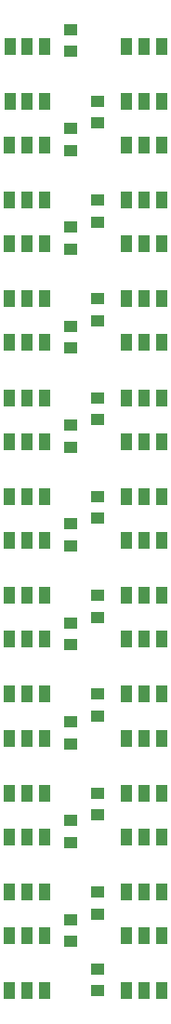
<source format=gbr>
G04 #@! TF.GenerationSoftware,KiCad,Pcbnew,5.1.0*
G04 #@! TF.CreationDate,2019-04-04T22:18:19-05:00*
G04 #@! TF.ProjectId,Strips,53747269-7073-42e6-9b69-6361645f7063,rev?*
G04 #@! TF.SameCoordinates,Original*
G04 #@! TF.FileFunction,Paste,Top*
G04 #@! TF.FilePolarity,Positive*
%FSLAX46Y46*%
G04 Gerber Fmt 4.6, Leading zero omitted, Abs format (unit mm)*
G04 Created by KiCad (PCBNEW 5.1.0) date 2019-04-04 22:18:19*
%MOMM*%
%LPD*%
G04 APERTURE LIST*
%ADD10R,1.250000X1.000000*%
%ADD11R,1.000000X1.600000*%
G04 APERTURE END LIST*
D10*
X141500000Y-61500000D03*
X141500000Y-63500000D03*
X139000000Y-138000000D03*
X139000000Y-136000000D03*
X141500000Y-72500000D03*
X141500000Y-70500000D03*
X139000000Y-127000000D03*
X139000000Y-129000000D03*
X141500000Y-79500000D03*
X141500000Y-81500000D03*
X139000000Y-118000000D03*
X139000000Y-120000000D03*
X141500000Y-90500000D03*
X141500000Y-88500000D03*
X139000000Y-109000000D03*
X139000000Y-111000000D03*
X141500000Y-97500000D03*
X141500000Y-99500000D03*
X139000000Y-102000000D03*
X139000000Y-100000000D03*
X141500000Y-108500000D03*
X141500000Y-106500000D03*
X139000000Y-91000000D03*
X139000000Y-93000000D03*
X141500000Y-115500000D03*
X141500000Y-117500000D03*
X139000000Y-84000000D03*
X139000000Y-82000000D03*
X141500000Y-126500000D03*
X141500000Y-124500000D03*
X139000000Y-75000000D03*
X139000000Y-73000000D03*
X141500000Y-133500000D03*
X141500000Y-135500000D03*
X139000000Y-64000000D03*
X139000000Y-66000000D03*
X141500000Y-142500000D03*
X141500000Y-140500000D03*
X139000000Y-57000000D03*
X139000000Y-55000000D03*
D11*
X147350000Y-56500000D03*
X145750000Y-56500000D03*
X144150000Y-56500000D03*
X147350000Y-61500000D03*
X145750000Y-61500000D03*
X144150000Y-61500000D03*
X133475000Y-142500000D03*
X135075000Y-142500000D03*
X136675000Y-142500000D03*
X133475000Y-137500000D03*
X135075000Y-137500000D03*
X136675000Y-137500000D03*
X144150000Y-70500000D03*
X145750000Y-70500000D03*
X147350000Y-70500000D03*
X144150000Y-65500000D03*
X145750000Y-65500000D03*
X147350000Y-65500000D03*
X133475000Y-133500000D03*
X135075000Y-133500000D03*
X136675000Y-133500000D03*
X133475000Y-128500000D03*
X135075000Y-128500000D03*
X136675000Y-128500000D03*
X147350000Y-74500000D03*
X145750000Y-74500000D03*
X144150000Y-74500000D03*
X147350000Y-79500000D03*
X145750000Y-79500000D03*
X144150000Y-79500000D03*
X136675000Y-119500000D03*
X135075000Y-119500000D03*
X133475000Y-119500000D03*
X136675000Y-124500000D03*
X135075000Y-124500000D03*
X133475000Y-124500000D03*
X144150000Y-88500000D03*
X145750000Y-88500000D03*
X147350000Y-88500000D03*
X144150000Y-83500000D03*
X145750000Y-83500000D03*
X147350000Y-83500000D03*
X133475000Y-115500000D03*
X135075000Y-115500000D03*
X136675000Y-115500000D03*
X133475000Y-110500000D03*
X135075000Y-110500000D03*
X136675000Y-110500000D03*
X147350000Y-92500000D03*
X145750000Y-92500000D03*
X144150000Y-92500000D03*
X147350000Y-97500000D03*
X145750000Y-97500000D03*
X144150000Y-97500000D03*
X136675000Y-101500000D03*
X135075000Y-101500000D03*
X133475000Y-101500000D03*
X136675000Y-106500000D03*
X135075000Y-106500000D03*
X133475000Y-106500000D03*
X144150000Y-106500000D03*
X145750000Y-106500000D03*
X147350000Y-106500000D03*
X144150000Y-101500000D03*
X145750000Y-101500000D03*
X147350000Y-101500000D03*
X136675000Y-92500000D03*
X135075000Y-92500000D03*
X133475000Y-92500000D03*
X136675000Y-97500000D03*
X135075000Y-97500000D03*
X133475000Y-97500000D03*
X147350000Y-110500000D03*
X145750000Y-110500000D03*
X144150000Y-110500000D03*
X147350000Y-115500000D03*
X145750000Y-115500000D03*
X144150000Y-115500000D03*
X133475000Y-88500000D03*
X135075000Y-88500000D03*
X136675000Y-88500000D03*
X133475000Y-83500000D03*
X135075000Y-83500000D03*
X136675000Y-83500000D03*
X144150000Y-124500000D03*
X145750000Y-124500000D03*
X147350000Y-124500000D03*
X144150000Y-119500000D03*
X145750000Y-119500000D03*
X147350000Y-119500000D03*
X136675000Y-74500000D03*
X135075000Y-74500000D03*
X133475000Y-74500000D03*
X136675000Y-79500000D03*
X135075000Y-79500000D03*
X133475000Y-79500000D03*
X147350000Y-128500000D03*
X145750000Y-128500000D03*
X144150000Y-128500000D03*
X147350000Y-133500000D03*
X145750000Y-133500000D03*
X144150000Y-133500000D03*
X133475000Y-70500000D03*
X135075000Y-70500000D03*
X136675000Y-70500000D03*
X133475000Y-65500000D03*
X135075000Y-65500000D03*
X136675000Y-65500000D03*
X144150000Y-142500000D03*
X145750000Y-142500000D03*
X147350000Y-142500000D03*
X144150000Y-137500000D03*
X145750000Y-137500000D03*
X147350000Y-137500000D03*
X136700000Y-56500000D03*
X135100000Y-56500000D03*
X133500000Y-56500000D03*
X136700000Y-61500000D03*
X135100000Y-61500000D03*
X133500000Y-61500000D03*
M02*

</source>
